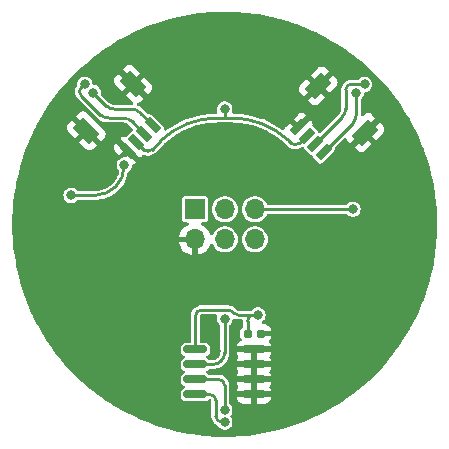
<source format=gbr>
%TF.GenerationSoftware,KiCad,Pcbnew,7.0.5-7.0.5~ubuntu20.04.1*%
%TF.CreationDate,2023-07-06T17:20:07+02:00*%
%TF.ProjectId,sao_barebones,73616f5f-6261-4726-9562-6f6e65732e6b,rev?*%
%TF.SameCoordinates,Original*%
%TF.FileFunction,Copper,L2,Bot*%
%TF.FilePolarity,Positive*%
%FSLAX45Y45*%
G04 Gerber Fmt 4.5, Leading zero omitted, Abs format (unit mm)*
G04 Created by KiCad (PCBNEW 7.0.5-7.0.5~ubuntu20.04.1) date 2023-07-06 17:20:07*
%MOMM*%
%LPD*%
G01*
G04 APERTURE LIST*
G04 Aperture macros list*
%AMRoundRect*
0 Rectangle with rounded corners*
0 $1 Rounding radius*
0 $2 $3 $4 $5 $6 $7 $8 $9 X,Y pos of 4 corners*
0 Add a 4 corners polygon primitive as box body*
4,1,4,$2,$3,$4,$5,$6,$7,$8,$9,$2,$3,0*
0 Add four circle primitives for the rounded corners*
1,1,$1+$1,$2,$3*
1,1,$1+$1,$4,$5*
1,1,$1+$1,$6,$7*
1,1,$1+$1,$8,$9*
0 Add four rect primitives between the rounded corners*
20,1,$1+$1,$2,$3,$4,$5,0*
20,1,$1+$1,$4,$5,$6,$7,0*
20,1,$1+$1,$6,$7,$8,$9,0*
20,1,$1+$1,$8,$9,$2,$3,0*%
%AMRotRect*
0 Rectangle, with rotation*
0 The origin of the aperture is its center*
0 $1 length*
0 $2 width*
0 $3 Rotation angle, in degrees counterclockwise*
0 Add horizontal line*
21,1,$1,$2,0,0,$3*%
G04 Aperture macros list end*
%TA.AperFunction,ComponentPad*%
%ADD10R,1.700000X1.700000*%
%TD*%
%TA.AperFunction,ComponentPad*%
%ADD11O,1.700000X1.700000*%
%TD*%
%TA.AperFunction,SMDPad,CuDef*%
%ADD12RoundRect,0.155000X-0.212500X-0.155000X0.212500X-0.155000X0.212500X0.155000X-0.212500X0.155000X0*%
%TD*%
%TA.AperFunction,SMDPad,CuDef*%
%ADD13RotRect,0.599440X1.348740X315.000000*%
%TD*%
%TA.AperFunction,SMDPad,CuDef*%
%ADD14RotRect,1.198880X1.998980X315.000000*%
%TD*%
%TA.AperFunction,SMDPad,CuDef*%
%ADD15RotRect,0.599440X1.348740X45.000000*%
%TD*%
%TA.AperFunction,SMDPad,CuDef*%
%ADD16RotRect,1.198880X1.998980X45.000000*%
%TD*%
%TA.AperFunction,SMDPad,CuDef*%
%ADD17RoundRect,0.150000X0.825000X0.150000X-0.825000X0.150000X-0.825000X-0.150000X0.825000X-0.150000X0*%
%TD*%
%TA.AperFunction,ViaPad*%
%ADD18C,0.800000*%
%TD*%
%TA.AperFunction,Conductor*%
%ADD19C,0.250000*%
%TD*%
G04 APERTURE END LIST*
D10*
%TO.P,J1,1,3V3*%
%TO.N,+3V3*%
X14746000Y-7373000D03*
D11*
%TO.P,J1,2,GND*%
%TO.N,GND*%
X14746000Y-7628500D03*
%TO.P,J1,3,SDA*%
%TO.N,SDA*%
X15000000Y-7373000D03*
%TO.P,J1,4,SCL*%
%TO.N,SCL*%
X15000000Y-7628500D03*
%TO.P,J1,5,IO1*%
%TO.N,LED*%
X15254000Y-7373000D03*
%TO.P,J1,6,IO2*%
%TO.N,unconnected-(J1-IO2-Pad6)*%
X15254000Y-7628500D03*
%TD*%
D12*
%TO.P,C1,1*%
%TO.N,+3V3*%
X15193250Y-8425000D03*
%TO.P,C1,2*%
%TO.N,GND*%
X15306750Y-8425000D03*
%TD*%
D13*
%TO.P,J2,1,GND*%
%TO.N,GND*%
X15624602Y-6679277D03*
%TO.P,J2,2,VCC*%
%TO.N,+3V3*%
X15695367Y-6750041D03*
%TO.P,J2,3,SDA*%
%TO.N,SDA*%
X15765772Y-6820446D03*
%TO.P,J2,4,SCL*%
%TO.N,SCL*%
X15836536Y-6891211D03*
D14*
%TO.P,J2,5*%
%TO.N,GND*%
X15792353Y-6327610D03*
%TO.P,J2,6*%
X16188203Y-6723460D03*
%TD*%
D15*
%TO.P,J3,1,GND*%
%TO.N,GND*%
X14179277Y-6875398D03*
%TO.P,J3,2,VCC*%
%TO.N,+3V3*%
X14250041Y-6804633D03*
%TO.P,J3,3,SDA*%
%TO.N,SDA*%
X14320446Y-6734228D03*
%TO.P,J3,4,SCL*%
%TO.N,SCL*%
X14391211Y-6663464D03*
D16*
%TO.P,J3,5*%
%TO.N,GND*%
X13827610Y-6707646D03*
%TO.P,J3,6*%
X14223460Y-6311797D03*
%TD*%
D17*
%TO.P,U1,1,A0*%
%TO.N,GND*%
X15247500Y-8559500D03*
%TO.P,U1,2,A1*%
X15247500Y-8686500D03*
%TO.P,U1,3,A2*%
X15247500Y-8813500D03*
%TO.P,U1,4,GND*%
X15247500Y-8940500D03*
%TO.P,U1,5,SDA*%
%TO.N,SDA*%
X14752500Y-8940500D03*
%TO.P,U1,6,SCL*%
%TO.N,SCL*%
X14752500Y-8813500D03*
%TO.P,U1,7,WP*%
%TO.N,Net-(JP1-C)*%
X14752500Y-8686500D03*
%TO.P,U1,8,VCC*%
%TO.N,+3V3*%
X14752500Y-8559500D03*
%TD*%
D18*
%TO.N,+3V3*%
X15000000Y-6525000D03*
X15280000Y-8268579D03*
%TO.N,GND*%
X16200000Y-6950000D03*
X15125000Y-7500000D03*
X16250000Y-7500000D03*
X14450000Y-6950000D03*
X15650000Y-8750000D03*
X16350000Y-7950000D03*
X15450000Y-6150000D03*
X14850000Y-8325000D03*
X14550000Y-8850000D03*
X14075000Y-6700000D03*
X14400000Y-6225000D03*
X15550000Y-6950000D03*
X15800000Y-7500000D03*
X15900000Y-8400000D03*
X15000000Y-6700000D03*
X13675000Y-6900000D03*
X14425000Y-8075000D03*
X13750000Y-8150000D03*
X14925000Y-8575000D03*
X15575000Y-8075000D03*
X14100000Y-8400000D03*
X15000000Y-6250000D03*
X14400000Y-7625000D03*
X13750000Y-7500000D03*
%TO.N,SDA*%
X13815637Y-6315512D03*
X14999958Y-9175000D03*
X16184433Y-6315625D03*
%TO.N,SCL*%
X13886277Y-6386223D03*
X15000000Y-9075000D03*
X16113693Y-6386307D03*
%TO.N,Net-(JP1-C)*%
X15000000Y-8300000D03*
%TO.N,LED*%
X16085000Y-7372500D03*
%TO.N,Net-(D5-DOUT)*%
X13700000Y-7255000D03*
X14150000Y-6997500D03*
%TD*%
D19*
%TO.N,+3V3*%
X14464606Y-6785776D02*
X14464224Y-6785776D01*
X14464224Y-6785776D02*
X14383059Y-6866941D01*
X15000000Y-6600000D02*
X15060050Y-6600000D01*
X14752500Y-8275000D02*
X14752500Y-8559500D01*
X15000000Y-6600000D02*
X14939949Y-6600000D01*
X14312348Y-6866941D02*
X14250041Y-6804633D01*
X15535394Y-6785776D02*
X15562158Y-6812540D01*
X15280000Y-8268579D02*
X15114289Y-8268579D01*
X15280000Y-8268579D02*
X15243250Y-8268579D01*
X15632868Y-6812540D02*
X15695367Y-6750041D01*
X15029289Y-8225000D02*
X14802500Y-8225000D01*
X15078934Y-8253934D02*
X15064645Y-8239645D01*
X15000000Y-6525000D02*
X15000000Y-6600000D01*
X15193250Y-8425000D02*
X15193250Y-8318579D01*
X15535395Y-6785775D02*
G75*
G03*
X15060050Y-6600000I-475715J-516195D01*
G01*
X15064645Y-8239644D02*
G75*
G03*
X15029289Y-8225000I-35355J-35356D01*
G01*
X15562155Y-6812542D02*
G75*
G03*
X15632868Y-6812540I35355J35363D01*
G01*
X14939949Y-6600001D02*
G75*
G03*
X14464606Y-6785776I371J-701969D01*
G01*
X15243250Y-8268580D02*
G75*
G03*
X15193250Y-8318579I0J-50000D01*
G01*
X15078935Y-8253933D02*
G75*
G03*
X15114289Y-8268579I35355J35353D01*
G01*
X14312345Y-6866944D02*
G75*
G03*
X14383059Y-6866941I35355J35355D01*
G01*
X14802500Y-8225000D02*
G75*
G03*
X14752500Y-8275000I0J-50000D01*
G01*
%TO.N,SDA*%
X15765772Y-6820446D02*
X15995711Y-6590507D01*
X16025000Y-6519797D02*
X16025000Y-6362500D01*
X14320446Y-6734228D02*
X14215508Y-6629289D01*
X14925000Y-9125000D02*
X14925000Y-8990500D01*
X16181308Y-6312500D02*
X16184433Y-6315625D01*
X14144797Y-6600000D02*
X14016421Y-6600000D01*
X13945711Y-6570711D02*
X13785355Y-6410355D01*
X13809488Y-6315512D02*
X13815637Y-6315512D01*
X14999958Y-9175000D02*
X14975000Y-9175000D01*
X14875000Y-8940500D02*
X14752500Y-8940500D01*
X13785355Y-6339645D02*
X13809488Y-6315512D01*
X16075000Y-6312500D02*
X16181308Y-6312500D01*
X14925000Y-8990500D02*
G75*
G03*
X14875000Y-8940500I-50000J0D01*
G01*
X13785355Y-6339645D02*
G75*
G03*
X13785355Y-6410355I35355J-35355D01*
G01*
X14215509Y-6629288D02*
G75*
G03*
X14144797Y-6600000I-70709J-70712D01*
G01*
X13945710Y-6570711D02*
G75*
G03*
X14016421Y-6600000I70710J70711D01*
G01*
X14925000Y-9125000D02*
G75*
G03*
X14975000Y-9175000I50000J0D01*
G01*
X15995712Y-6590509D02*
G75*
G03*
X16025000Y-6519797I-70712J70709D01*
G01*
X16075000Y-6312500D02*
G75*
G03*
X16025000Y-6362500I0J-50000D01*
G01*
%TO.N,SCL*%
X14391211Y-6663464D02*
X14282036Y-6554289D01*
X14950000Y-8813500D02*
X14752500Y-8813500D01*
X15000000Y-9075000D02*
X15000000Y-8863500D01*
X13886277Y-6386277D02*
X13886277Y-6386223D01*
X14211326Y-6525000D02*
X14066421Y-6525000D01*
X13995711Y-6495711D02*
X13886277Y-6386277D01*
X15836536Y-6891211D02*
X16084404Y-6643343D01*
X16113693Y-6572632D02*
X16113693Y-6386307D01*
X16084403Y-6643342D02*
G75*
G03*
X16113693Y-6572632I-70713J70713D01*
G01*
X15000000Y-8863500D02*
G75*
G03*
X14950000Y-8813500I-50000J0D01*
G01*
X13995710Y-6495711D02*
G75*
G03*
X14066421Y-6525000I70710J70711D01*
G01*
X14282038Y-6554287D02*
G75*
G03*
X14211326Y-6525000I-70709J-70713D01*
G01*
%TO.N,Net-(JP1-C)*%
X14900000Y-8686500D02*
X14752500Y-8686500D01*
X15000000Y-8300000D02*
X15000000Y-8586500D01*
X14900000Y-8686500D02*
G75*
G03*
X15000000Y-8586500I0J100000D01*
G01*
%TO.N,LED*%
X15254000Y-7373000D02*
X16084500Y-7373000D01*
X16084500Y-7373000D02*
X16085000Y-7372500D01*
%TO.N,Net-(D5-DOUT)*%
X13700000Y-7255000D02*
X13900000Y-7255000D01*
X14150000Y-7005000D02*
X14150000Y-6997500D01*
X13900000Y-7255000D02*
G75*
G03*
X14150000Y-7005000I0J250000D01*
G01*
%TD*%
%TA.AperFunction,Conductor*%
%TO.N,GND*%
G36*
X14933371Y-8264518D02*
G01*
X14937947Y-8269799D01*
X14938941Y-8276715D01*
X14938262Y-8279347D01*
X14937614Y-8281055D01*
X14936376Y-8284318D01*
X14934472Y-8300000D01*
X14934472Y-8300000D01*
X14936376Y-8315682D01*
X14941978Y-8330452D01*
X14941978Y-8330452D01*
X14950952Y-8343453D01*
X14958273Y-8349939D01*
X14961985Y-8355857D01*
X14962450Y-8359220D01*
X14962450Y-8586152D01*
X14962411Y-8586846D01*
X14961792Y-8592340D01*
X14961041Y-8599008D01*
X14960423Y-8601715D01*
X14956727Y-8612277D01*
X14955522Y-8614779D01*
X14949568Y-8624254D01*
X14947837Y-8626425D01*
X14939925Y-8634337D01*
X14937754Y-8636069D01*
X14928279Y-8642022D01*
X14925777Y-8643227D01*
X14915215Y-8646923D01*
X14912508Y-8647541D01*
X14905840Y-8648292D01*
X14900346Y-8648911D01*
X14899652Y-8648950D01*
X14874225Y-8648950D01*
X14867521Y-8646982D01*
X14865458Y-8645319D01*
X14858834Y-8638695D01*
X14858560Y-8638555D01*
X14849715Y-8634048D01*
X14844635Y-8629251D01*
X14842956Y-8622469D01*
X14845209Y-8615855D01*
X14849714Y-8611952D01*
X14858834Y-8607305D01*
X14867805Y-8598334D01*
X14873565Y-8587030D01*
X14873565Y-8587030D01*
X14873565Y-8587030D01*
X14875050Y-8577652D01*
X14875050Y-8577652D01*
X14875050Y-8541348D01*
X14873565Y-8531970D01*
X14867805Y-8520666D01*
X14867805Y-8520665D01*
X14867804Y-8520665D01*
X14858835Y-8511695D01*
X14858834Y-8511695D01*
X14858834Y-8511695D01*
X14848985Y-8506677D01*
X14847530Y-8505935D01*
X14838152Y-8504450D01*
X14838152Y-8504450D01*
X14802450Y-8504450D01*
X14795746Y-8502482D01*
X14791171Y-8497201D01*
X14790050Y-8492050D01*
X14790050Y-8276221D01*
X14790288Y-8273803D01*
X14790499Y-8272742D01*
X14793737Y-8266551D01*
X14799808Y-8263093D01*
X14800234Y-8263001D01*
X14801304Y-8262788D01*
X14803721Y-8262550D01*
X14926667Y-8262550D01*
X14933371Y-8264518D01*
G37*
%TD.AperFunction*%
%TA.AperFunction,Conductor*%
G36*
X15033194Y-5700548D02*
G01*
X15070333Y-5701865D01*
X15117595Y-5704083D01*
X15117794Y-5704096D01*
X15154740Y-5707157D01*
X15201939Y-5711596D01*
X15202157Y-5711621D01*
X15238801Y-5716408D01*
X15285851Y-5723071D01*
X15286060Y-5723104D01*
X15322313Y-5729595D01*
X15369119Y-5738478D01*
X15369340Y-5738524D01*
X15383885Y-5741844D01*
X15405109Y-5746688D01*
X15430131Y-5752664D01*
X15451581Y-5757787D01*
X15451801Y-5757844D01*
X15481092Y-5766003D01*
X15487003Y-5767649D01*
X15533036Y-5780953D01*
X15533255Y-5781021D01*
X15567811Y-5792429D01*
X15613314Y-5807925D01*
X15613533Y-5808004D01*
X15647354Y-5820972D01*
X15667353Y-5828846D01*
X15692237Y-5838644D01*
X15692455Y-5838736D01*
X15707642Y-5845397D01*
X15725460Y-5853213D01*
X15769623Y-5873041D01*
X15769840Y-5873143D01*
X15801945Y-5889074D01*
X15827947Y-5902246D01*
X15845312Y-5911043D01*
X15845526Y-5911156D01*
X15876658Y-5928483D01*
X15919125Y-5952561D01*
X15919335Y-5952685D01*
X15949410Y-5971336D01*
X15990908Y-5997508D01*
X15991114Y-5997643D01*
X16020047Y-6017537D01*
X16060496Y-6045781D01*
X16060696Y-6045927D01*
X16075273Y-6056998D01*
X16088422Y-6066985D01*
X16127737Y-6097275D01*
X16127930Y-6097431D01*
X16154391Y-6119575D01*
X16192483Y-6151877D01*
X16192665Y-6152039D01*
X16201312Y-6159998D01*
X16217784Y-6175161D01*
X16248620Y-6203902D01*
X16254585Y-6209461D01*
X16254767Y-6209638D01*
X16278463Y-6233615D01*
X16313298Y-6269277D01*
X16313910Y-6269904D01*
X16314086Y-6270091D01*
X16336312Y-6294815D01*
X16370329Y-6333073D01*
X16370496Y-6333268D01*
X16391204Y-6358616D01*
X16414857Y-6387871D01*
X16423711Y-6398823D01*
X16423871Y-6399030D01*
X16442999Y-6424841D01*
X16447379Y-6430810D01*
X16473943Y-6467014D01*
X16474094Y-6467229D01*
X16488781Y-6489139D01*
X16491585Y-6493323D01*
X16520912Y-6537494D01*
X16521055Y-6537718D01*
X16536863Y-6563896D01*
X16564513Y-6610104D01*
X16564646Y-6610337D01*
X16578733Y-6636367D01*
X16604652Y-6684687D01*
X16604773Y-6684926D01*
X16617092Y-6710508D01*
X16641236Y-6761075D01*
X16641348Y-6761323D01*
X16645247Y-6770505D01*
X16651868Y-6786098D01*
X16652958Y-6788687D01*
X16674187Y-6839100D01*
X16674288Y-6839355D01*
X16682963Y-6862805D01*
X16689595Y-6880880D01*
X16703430Y-6918587D01*
X16703520Y-6918849D01*
X16710347Y-6940380D01*
X16728903Y-6999365D01*
X16728981Y-6999632D01*
X16733914Y-7018188D01*
X16750547Y-7081252D01*
X16750613Y-7081525D01*
X16753637Y-7095535D01*
X16768316Y-7164066D01*
X16768369Y-7164344D01*
X16769475Y-7170974D01*
X16782147Y-7247495D01*
X16782188Y-7247783D01*
X16792024Y-7331307D01*
X16792051Y-7331596D01*
X16793538Y-7352692D01*
X16797961Y-7415486D01*
X16797975Y-7415776D01*
X16799947Y-7499855D01*
X16799947Y-7500145D01*
X16797975Y-7584223D01*
X16797961Y-7584514D01*
X16792051Y-7668404D01*
X16792024Y-7668693D01*
X16782188Y-7752217D01*
X16782147Y-7752505D01*
X16769475Y-7829025D01*
X16768369Y-7835656D01*
X16768316Y-7835934D01*
X16753637Y-7904464D01*
X16750613Y-7918475D01*
X16750547Y-7918748D01*
X16733914Y-7981811D01*
X16728981Y-8000367D01*
X16728903Y-8000635D01*
X16710347Y-8059620D01*
X16703520Y-8081151D01*
X16703430Y-8081413D01*
X16682969Y-8137178D01*
X16674288Y-8160644D01*
X16674187Y-8160899D01*
X16651864Y-8213912D01*
X16641348Y-8238677D01*
X16641236Y-8238925D01*
X16617092Y-8289492D01*
X16604773Y-8315074D01*
X16604650Y-8315315D01*
X16596531Y-8330452D01*
X16582112Y-8357333D01*
X16578741Y-8363617D01*
X16564646Y-8389663D01*
X16564513Y-8389896D01*
X16536863Y-8436104D01*
X16521055Y-8462281D01*
X16520912Y-8462506D01*
X16491585Y-8506677D01*
X16474094Y-8532770D01*
X16473943Y-8532986D01*
X16443002Y-8575156D01*
X16423871Y-8600970D01*
X16423711Y-8601177D01*
X16391201Y-8641388D01*
X16370497Y-8666730D01*
X16370329Y-8666927D01*
X16336312Y-8705185D01*
X16314086Y-8729909D01*
X16313910Y-8730096D01*
X16278466Y-8766381D01*
X16254767Y-8790361D01*
X16254585Y-8790539D01*
X16217784Y-8824838D01*
X16192668Y-8847959D01*
X16192478Y-8848127D01*
X16154392Y-8880425D01*
X16127930Y-8902569D01*
X16127735Y-8902726D01*
X16088426Y-8933011D01*
X16060697Y-8954072D01*
X16060496Y-8954218D01*
X16020055Y-8982458D01*
X15991114Y-9002357D01*
X15990908Y-9002492D01*
X15949410Y-9028664D01*
X15919335Y-9047315D01*
X15919125Y-9047439D01*
X15876658Y-9071517D01*
X15845526Y-9088843D01*
X15845312Y-9088957D01*
X15801943Y-9110927D01*
X15769840Y-9126857D01*
X15769623Y-9126959D01*
X15725466Y-9146785D01*
X15692455Y-9161264D01*
X15692237Y-9161355D01*
X15647358Y-9179027D01*
X15613533Y-9191996D01*
X15613312Y-9192076D01*
X15567821Y-9207567D01*
X15533256Y-9218979D01*
X15533034Y-9219048D01*
X15487003Y-9232351D01*
X15451802Y-9242155D01*
X15451579Y-9242213D01*
X15405109Y-9253312D01*
X15369341Y-9261476D01*
X15369117Y-9261522D01*
X15322318Y-9270404D01*
X15286067Y-9276894D01*
X15285844Y-9276930D01*
X15238803Y-9283591D01*
X15202159Y-9288379D01*
X15201936Y-9288404D01*
X15154745Y-9292843D01*
X15133591Y-9294595D01*
X15117806Y-9295903D01*
X15117585Y-9295918D01*
X15070335Y-9298135D01*
X15035367Y-9299374D01*
X15033194Y-9299451D01*
X15032975Y-9299455D01*
X14985766Y-9299455D01*
X14970383Y-9299274D01*
X14948509Y-9299015D01*
X14948291Y-9299009D01*
X14901230Y-9296801D01*
X14863932Y-9294595D01*
X14863717Y-9294579D01*
X14816906Y-9290176D01*
X14779662Y-9286202D01*
X14779452Y-9286176D01*
X14768985Y-9284694D01*
X14732970Y-9279594D01*
X14695882Y-9273855D01*
X14695675Y-9273819D01*
X14649629Y-9265080D01*
X14612775Y-9257579D01*
X14612571Y-9257534D01*
X14567050Y-9246662D01*
X14530526Y-9237413D01*
X14530326Y-9237359D01*
X14485425Y-9224382D01*
X14449317Y-9213400D01*
X14449122Y-9213337D01*
X14424387Y-9204914D01*
X14404939Y-9198291D01*
X14369328Y-9185594D01*
X14369139Y-9185523D01*
X14325761Y-9168442D01*
X14290734Y-9154055D01*
X14290554Y-9153977D01*
X14248075Y-9134905D01*
X14213713Y-9118855D01*
X14213535Y-9118768D01*
X14172043Y-9097749D01*
X14138436Y-9080072D01*
X14138264Y-9079978D01*
X14097842Y-9057059D01*
X14076560Y-9044548D01*
X14065063Y-9037788D01*
X14064899Y-9037689D01*
X14025634Y-9012925D01*
X13993761Y-8992102D01*
X13993605Y-8991996D01*
X13955577Y-8965442D01*
X13946184Y-8958652D01*
X14629950Y-8958652D01*
X14630949Y-8964963D01*
X14631435Y-8968030D01*
X14637195Y-8979334D01*
X14637195Y-8979334D01*
X14637195Y-8979335D01*
X14646165Y-8988305D01*
X14646165Y-8988305D01*
X14646166Y-8988305D01*
X14657469Y-8994065D01*
X14657470Y-8994065D01*
X14666847Y-8995550D01*
X14666848Y-8995550D01*
X14838152Y-8995550D01*
X14847530Y-8994065D01*
X14858834Y-8988305D01*
X14865383Y-8981756D01*
X14871515Y-8978407D01*
X14876569Y-8978362D01*
X14877258Y-8978499D01*
X14883449Y-8981737D01*
X14886907Y-8987809D01*
X14887000Y-8988238D01*
X14887212Y-8989303D01*
X14887450Y-8991721D01*
X14887450Y-9128414D01*
X14887450Y-9128416D01*
X14887450Y-9133623D01*
X14890814Y-9150537D01*
X14890815Y-9150538D01*
X14897414Y-9166470D01*
X14897415Y-9166471D01*
X14906995Y-9180810D01*
X14906996Y-9180810D01*
X14919190Y-9193004D01*
X14919190Y-9193004D01*
X14933529Y-9202585D01*
X14933529Y-9202585D01*
X14933530Y-9202586D01*
X14939151Y-9204914D01*
X14944591Y-9209298D01*
X14950910Y-9218453D01*
X14962734Y-9228928D01*
X14962735Y-9228928D01*
X14976722Y-9236270D01*
X14992060Y-9240050D01*
X15007857Y-9240050D01*
X15023195Y-9236270D01*
X15030662Y-9232351D01*
X15037182Y-9228928D01*
X15049007Y-9218453D01*
X15057980Y-9205452D01*
X15063582Y-9190682D01*
X15065486Y-9175000D01*
X15064451Y-9166470D01*
X15063582Y-9159318D01*
X15060252Y-9150537D01*
X15057980Y-9144548D01*
X15049370Y-9132074D01*
X15047182Y-9125439D01*
X15048929Y-9118673D01*
X15049371Y-9117986D01*
X15058022Y-9105452D01*
X15063624Y-9090682D01*
X15065528Y-9075000D01*
X15063624Y-9059318D01*
X15058022Y-9044548D01*
X15049048Y-9031547D01*
X15049048Y-9031547D01*
X15041727Y-9025061D01*
X15038015Y-9019142D01*
X15037550Y-9015780D01*
X15037550Y-8965500D01*
X15100270Y-8965500D01*
X15100290Y-8965749D01*
X15104872Y-8981520D01*
X15113231Y-8995655D01*
X15113232Y-8995656D01*
X15124844Y-9007268D01*
X15124845Y-9007269D01*
X15138980Y-9015628D01*
X15138981Y-9015628D01*
X15154750Y-9020210D01*
X15154751Y-9020210D01*
X15158435Y-9020500D01*
X15158437Y-9020500D01*
X15222500Y-9020500D01*
X15222500Y-8965500D01*
X15272500Y-8965500D01*
X15272500Y-9020500D01*
X15336563Y-9020500D01*
X15336565Y-9020500D01*
X15340249Y-9020210D01*
X15340249Y-9020210D01*
X15356019Y-9015628D01*
X15356020Y-9015628D01*
X15370155Y-9007269D01*
X15370156Y-9007268D01*
X15381768Y-8995656D01*
X15381768Y-8995655D01*
X15390128Y-8981520D01*
X15394710Y-8965749D01*
X15394729Y-8965500D01*
X15394729Y-8965500D01*
X15272500Y-8965500D01*
X15222500Y-8965500D01*
X15100270Y-8965500D01*
X15100270Y-8965500D01*
X15037550Y-8965500D01*
X15037550Y-8915500D01*
X15100270Y-8915500D01*
X15100270Y-8915500D01*
X15222500Y-8915500D01*
X15222500Y-8838500D01*
X15272500Y-8838500D01*
X15272500Y-8915500D01*
X15394729Y-8915500D01*
X15394729Y-8915500D01*
X15394710Y-8915251D01*
X15390128Y-8899480D01*
X15381768Y-8885345D01*
X15381290Y-8884728D01*
X15381525Y-8884545D01*
X15378844Y-8879641D01*
X15379340Y-8872671D01*
X15381446Y-8869394D01*
X15381290Y-8869272D01*
X15381768Y-8868655D01*
X15390128Y-8854520D01*
X15394710Y-8838749D01*
X15394729Y-8838500D01*
X15394729Y-8838500D01*
X15272500Y-8838500D01*
X15222500Y-8838500D01*
X15100270Y-8838500D01*
X15100270Y-8838500D01*
X15100290Y-8838749D01*
X15104872Y-8854520D01*
X15113231Y-8868655D01*
X15113710Y-8869272D01*
X15113475Y-8869454D01*
X15116156Y-8874364D01*
X15115658Y-8881333D01*
X15113554Y-8884607D01*
X15113710Y-8884728D01*
X15113231Y-8885345D01*
X15104872Y-8899480D01*
X15100290Y-8915251D01*
X15100270Y-8915500D01*
X15037550Y-8915500D01*
X15037550Y-8854877D01*
X15037550Y-8854877D01*
X15037044Y-8852334D01*
X15034185Y-8837963D01*
X15031571Y-8831652D01*
X15027586Y-8822030D01*
X15027585Y-8822029D01*
X15018004Y-8807690D01*
X15018004Y-8807690D01*
X15005810Y-8795496D01*
X15005810Y-8795495D01*
X14995340Y-8788500D01*
X15100270Y-8788500D01*
X15100270Y-8788500D01*
X15222500Y-8788500D01*
X15222500Y-8711500D01*
X15272500Y-8711500D01*
X15272500Y-8788500D01*
X15394729Y-8788500D01*
X15394729Y-8788500D01*
X15394710Y-8788251D01*
X15390128Y-8772480D01*
X15381768Y-8758345D01*
X15381290Y-8757728D01*
X15381525Y-8757545D01*
X15378844Y-8752641D01*
X15379340Y-8745671D01*
X15381446Y-8742394D01*
X15381290Y-8742272D01*
X15381768Y-8741655D01*
X15390128Y-8727520D01*
X15394710Y-8711749D01*
X15394729Y-8711500D01*
X15394729Y-8711500D01*
X15272500Y-8711500D01*
X15222500Y-8711500D01*
X15100270Y-8711500D01*
X15100270Y-8711500D01*
X15100290Y-8711749D01*
X15104872Y-8727520D01*
X15113231Y-8741655D01*
X15113710Y-8742272D01*
X15113475Y-8742454D01*
X15116156Y-8747364D01*
X15115658Y-8754333D01*
X15113554Y-8757607D01*
X15113710Y-8757728D01*
X15113231Y-8758345D01*
X15104872Y-8772480D01*
X15100290Y-8788251D01*
X15100270Y-8788500D01*
X14995340Y-8788500D01*
X14991471Y-8785915D01*
X14991470Y-8785914D01*
X14975538Y-8779315D01*
X14975537Y-8779314D01*
X14958623Y-8775950D01*
X14958623Y-8775950D01*
X14956266Y-8775950D01*
X14874225Y-8775950D01*
X14867521Y-8773982D01*
X14865458Y-8772319D01*
X14858834Y-8765695D01*
X14858560Y-8765555D01*
X14849715Y-8761048D01*
X14844635Y-8756251D01*
X14842956Y-8749469D01*
X14845209Y-8742855D01*
X14849714Y-8738952D01*
X14858834Y-8734305D01*
X14865457Y-8727682D01*
X14871589Y-8724333D01*
X14874225Y-8724050D01*
X14910825Y-8724050D01*
X14910825Y-8724050D01*
X14932210Y-8720663D01*
X14952801Y-8713973D01*
X14972092Y-8704143D01*
X14989608Y-8691417D01*
X15004917Y-8676108D01*
X15015531Y-8661500D01*
X15100270Y-8661500D01*
X15100270Y-8661500D01*
X15222500Y-8661500D01*
X15222500Y-8584500D01*
X15272500Y-8584500D01*
X15272500Y-8661500D01*
X15394729Y-8661500D01*
X15394729Y-8661500D01*
X15394710Y-8661251D01*
X15390128Y-8645480D01*
X15381768Y-8631345D01*
X15381290Y-8630728D01*
X15381525Y-8630545D01*
X15378844Y-8625641D01*
X15379340Y-8618671D01*
X15381446Y-8615394D01*
X15381290Y-8615272D01*
X15381768Y-8614655D01*
X15390128Y-8600520D01*
X15394710Y-8584749D01*
X15394729Y-8584500D01*
X15394729Y-8584500D01*
X15272500Y-8584500D01*
X15222500Y-8584500D01*
X15100270Y-8584500D01*
X15100270Y-8584500D01*
X15100290Y-8584749D01*
X15104872Y-8600520D01*
X15113231Y-8614655D01*
X15113710Y-8615272D01*
X15113475Y-8615454D01*
X15116156Y-8620364D01*
X15115658Y-8627333D01*
X15113554Y-8630607D01*
X15113710Y-8630728D01*
X15113231Y-8631345D01*
X15104872Y-8645480D01*
X15100290Y-8661251D01*
X15100270Y-8661500D01*
X15015531Y-8661500D01*
X15017643Y-8658592D01*
X15027473Y-8639301D01*
X15034163Y-8618710D01*
X15037550Y-8597325D01*
X15037550Y-8586500D01*
X15037550Y-8581101D01*
X15037550Y-8359220D01*
X15039518Y-8352516D01*
X15041727Y-8349939D01*
X15049048Y-8343453D01*
X15049048Y-8343453D01*
X15058022Y-8330452D01*
X15063624Y-8315682D01*
X15064321Y-8309941D01*
X15067083Y-8303523D01*
X15072876Y-8299617D01*
X15079861Y-8299464D01*
X15080462Y-8299642D01*
X15080680Y-8299713D01*
X15080681Y-8299714D01*
X15093787Y-8303972D01*
X15107398Y-8306128D01*
X15107399Y-8306128D01*
X15107399Y-8306129D01*
X15108023Y-8306129D01*
X15114289Y-8306129D01*
X15119688Y-8306129D01*
X15143300Y-8306129D01*
X15150004Y-8308097D01*
X15154579Y-8313377D01*
X15155700Y-8318529D01*
X15155700Y-8318577D01*
X15155700Y-8324975D01*
X15155700Y-8324976D01*
X15155700Y-8364696D01*
X15153731Y-8371400D01*
X15148930Y-8375744D01*
X15147868Y-8376285D01*
X15147868Y-8376286D01*
X15138786Y-8385368D01*
X15138785Y-8385368D01*
X15132954Y-8396814D01*
X15131450Y-8406308D01*
X15131450Y-8443692D01*
X15131450Y-8443692D01*
X15132954Y-8453186D01*
X15132954Y-8453187D01*
X15132954Y-8453187D01*
X15138785Y-8464632D01*
X15138785Y-8464632D01*
X15138786Y-8464632D01*
X15139958Y-8465805D01*
X15143307Y-8471937D01*
X15142808Y-8478906D01*
X15138621Y-8484499D01*
X15137502Y-8485246D01*
X15124845Y-8492731D01*
X15124844Y-8492732D01*
X15113232Y-8504344D01*
X15113231Y-8504345D01*
X15104872Y-8518480D01*
X15100290Y-8534251D01*
X15100270Y-8534500D01*
X15100270Y-8534500D01*
X15394729Y-8534500D01*
X15394729Y-8534500D01*
X15394710Y-8534251D01*
X15390128Y-8518480D01*
X15381768Y-8504345D01*
X15381768Y-8504344D01*
X15378046Y-8500622D01*
X15374697Y-8494490D01*
X15375195Y-8487520D01*
X15378046Y-8483085D01*
X15380166Y-8480964D01*
X15380167Y-8480964D01*
X15388591Y-8466720D01*
X15388591Y-8466719D01*
X15393208Y-8450828D01*
X15393273Y-8450000D01*
X15294150Y-8450000D01*
X15287446Y-8448032D01*
X15282871Y-8442751D01*
X15281750Y-8437600D01*
X15281750Y-8412400D01*
X15283718Y-8405696D01*
X15288999Y-8401121D01*
X15294150Y-8400000D01*
X15393273Y-8400000D01*
X15393208Y-8399172D01*
X15388591Y-8383280D01*
X15388591Y-8383280D01*
X15380167Y-8369036D01*
X15380166Y-8369035D01*
X15368465Y-8357334D01*
X15368464Y-8357333D01*
X15354220Y-8348909D01*
X15354219Y-8348909D01*
X15338328Y-8344292D01*
X15338328Y-8344292D01*
X15334616Y-8344000D01*
X15325659Y-8344000D01*
X15318955Y-8342031D01*
X15314380Y-8336751D01*
X15313386Y-8329835D01*
X15316288Y-8323480D01*
X15317436Y-8322319D01*
X15329048Y-8312032D01*
X15338022Y-8299031D01*
X15343624Y-8284260D01*
X15345528Y-8268579D01*
X15345282Y-8266551D01*
X15343624Y-8252897D01*
X15341499Y-8247295D01*
X15338022Y-8238126D01*
X15329048Y-8225126D01*
X15317224Y-8214650D01*
X15317224Y-8214650D01*
X15317224Y-8214650D01*
X15303236Y-8207309D01*
X15287899Y-8203529D01*
X15287898Y-8203529D01*
X15272101Y-8203529D01*
X15272101Y-8203529D01*
X15256763Y-8207309D01*
X15242776Y-8214650D01*
X15230952Y-8225126D01*
X15230709Y-8225477D01*
X15230574Y-8225672D01*
X15225146Y-8230071D01*
X15220369Y-8231029D01*
X15114696Y-8231029D01*
X15113887Y-8230975D01*
X15113226Y-8230888D01*
X15112694Y-8230818D01*
X15106763Y-8228362D01*
X15105804Y-8227625D01*
X15105194Y-8227090D01*
X15100963Y-8222859D01*
X15100961Y-8222858D01*
X15095198Y-8217095D01*
X15095197Y-8217092D01*
X15086325Y-8208220D01*
X15086324Y-8208220D01*
X15085070Y-8207309D01*
X15079867Y-8203529D01*
X15075175Y-8200120D01*
X15075174Y-8200119D01*
X15062896Y-8193864D01*
X15062896Y-8193863D01*
X15049790Y-8189605D01*
X15042985Y-8188528D01*
X15036179Y-8187450D01*
X15036179Y-8187450D01*
X15029289Y-8187450D01*
X14793877Y-8187450D01*
X14776963Y-8190814D01*
X14776962Y-8190815D01*
X14761030Y-8197414D01*
X14761029Y-8197414D01*
X14746690Y-8206995D01*
X14746690Y-8206996D01*
X14734496Y-8219190D01*
X14734495Y-8219190D01*
X14724914Y-8233529D01*
X14724914Y-8233530D01*
X14718315Y-8249462D01*
X14718314Y-8249463D01*
X14714950Y-8266377D01*
X14714950Y-8492050D01*
X14712981Y-8498754D01*
X14707701Y-8503329D01*
X14702550Y-8504450D01*
X14666848Y-8504450D01*
X14658752Y-8505732D01*
X14657470Y-8505935D01*
X14646166Y-8511695D01*
X14646166Y-8511695D01*
X14646166Y-8511695D01*
X14646165Y-8511695D01*
X14637195Y-8520665D01*
X14637195Y-8520666D01*
X14631435Y-8531970D01*
X14629950Y-8541348D01*
X14629950Y-8577652D01*
X14631029Y-8584466D01*
X14631435Y-8587030D01*
X14637195Y-8598334D01*
X14637195Y-8598334D01*
X14637195Y-8598335D01*
X14646165Y-8607305D01*
X14646165Y-8607305D01*
X14646166Y-8607305D01*
X14655285Y-8611952D01*
X14660365Y-8616749D01*
X14662044Y-8623531D01*
X14659790Y-8630145D01*
X14655285Y-8634048D01*
X14646166Y-8638695D01*
X14646166Y-8638695D01*
X14646166Y-8638695D01*
X14646165Y-8638695D01*
X14637195Y-8647665D01*
X14637195Y-8647666D01*
X14637195Y-8647666D01*
X14636541Y-8648950D01*
X14631435Y-8658970D01*
X14629950Y-8668348D01*
X14629950Y-8704652D01*
X14631029Y-8711466D01*
X14631435Y-8714030D01*
X14637195Y-8725334D01*
X14637195Y-8725334D01*
X14637195Y-8725335D01*
X14646165Y-8734305D01*
X14646165Y-8734305D01*
X14646166Y-8734305D01*
X14655285Y-8738952D01*
X14660365Y-8743749D01*
X14662044Y-8750531D01*
X14659790Y-8757145D01*
X14655285Y-8761048D01*
X14646166Y-8765695D01*
X14646166Y-8765695D01*
X14646165Y-8765695D01*
X14637195Y-8774665D01*
X14637195Y-8774666D01*
X14631435Y-8785970D01*
X14629950Y-8795348D01*
X14629950Y-8831652D01*
X14630566Y-8835543D01*
X14631435Y-8841030D01*
X14637195Y-8852334D01*
X14637195Y-8852334D01*
X14637195Y-8852335D01*
X14646165Y-8861305D01*
X14646165Y-8861305D01*
X14646166Y-8861305D01*
X14655285Y-8865952D01*
X14660365Y-8870749D01*
X14662044Y-8877531D01*
X14659790Y-8884145D01*
X14655285Y-8888048D01*
X14646166Y-8892695D01*
X14646166Y-8892695D01*
X14646166Y-8892695D01*
X14646165Y-8892695D01*
X14637195Y-8901665D01*
X14637195Y-8901666D01*
X14637195Y-8901666D01*
X14636541Y-8902950D01*
X14631435Y-8912970D01*
X14629950Y-8922348D01*
X14629950Y-8958652D01*
X13946184Y-8958652D01*
X13940052Y-8954218D01*
X13924688Y-8943111D01*
X13924546Y-8943006D01*
X13906278Y-8928931D01*
X13887828Y-8914716D01*
X13857999Y-8890929D01*
X13857855Y-8890810D01*
X13831605Y-8868550D01*
X13822540Y-8860863D01*
X13793838Y-8835667D01*
X13793701Y-8835543D01*
X13789526Y-8831652D01*
X13759850Y-8803992D01*
X13732350Y-8777450D01*
X13732220Y-8777321D01*
X13699904Y-8744238D01*
X13673664Y-8716401D01*
X13673545Y-8716271D01*
X13642830Y-8681727D01*
X13638014Y-8676108D01*
X13617915Y-8652659D01*
X13617810Y-8652533D01*
X13588760Y-8616603D01*
X13565231Y-8586373D01*
X13565127Y-8586235D01*
X13537813Y-8549008D01*
X13515723Y-8517679D01*
X13515624Y-8517536D01*
X13490097Y-8479088D01*
X13489981Y-8478906D01*
X13469497Y-8446729D01*
X13469410Y-8446587D01*
X13467677Y-8443692D01*
X13445723Y-8407003D01*
X13426661Y-8373685D01*
X13426587Y-8373550D01*
X13404785Y-8332905D01*
X13387312Y-8298713D01*
X13387241Y-8298569D01*
X13367406Y-8257025D01*
X13367353Y-8256911D01*
X13363980Y-8249462D01*
X13351530Y-8221966D01*
X13351471Y-8221833D01*
X13333607Y-8179409D01*
X13333559Y-8179291D01*
X13319403Y-8143636D01*
X13319345Y-8143484D01*
X13315782Y-8133775D01*
X13303493Y-8100283D01*
X13303456Y-8100177D01*
X13290990Y-8063864D01*
X13290944Y-8063724D01*
X13277135Y-8019828D01*
X13277104Y-8019728D01*
X13266363Y-7982855D01*
X13266325Y-7982716D01*
X13254593Y-7938238D01*
X13254562Y-7938114D01*
X13249835Y-7918475D01*
X13245574Y-7900774D01*
X13245542Y-7900634D01*
X13235910Y-7855664D01*
X13235886Y-7855547D01*
X13228669Y-7817812D01*
X13228644Y-7817669D01*
X13221132Y-7772307D01*
X13221113Y-7772186D01*
X13215686Y-7734147D01*
X13215666Y-7733999D01*
X13215468Y-7732310D01*
X13210290Y-7688347D01*
X13210276Y-7688208D01*
X13210131Y-7686682D01*
X13206986Y-7653500D01*
X14612936Y-7653500D01*
X14618657Y-7674849D01*
X14618657Y-7674849D01*
X14628640Y-7696258D01*
X14642189Y-7715608D01*
X14658892Y-7732310D01*
X14678242Y-7745860D01*
X14699651Y-7755843D01*
X14699652Y-7755843D01*
X14721000Y-7761563D01*
X14721000Y-7672050D01*
X14731768Y-7676968D01*
X14742424Y-7678500D01*
X14749576Y-7678500D01*
X14760231Y-7676968D01*
X14771000Y-7672050D01*
X14771000Y-7761563D01*
X14792348Y-7755843D01*
X14792349Y-7755843D01*
X14813758Y-7745860D01*
X14833108Y-7732310D01*
X14849810Y-7715608D01*
X14863360Y-7696258D01*
X14873343Y-7674849D01*
X14873343Y-7674849D01*
X14874241Y-7671499D01*
X14877877Y-7665533D01*
X14884162Y-7662480D01*
X14891099Y-7663309D01*
X14896487Y-7667758D01*
X14897318Y-7669181D01*
X14906033Y-7686682D01*
X14918324Y-7702958D01*
X14933396Y-7716698D01*
X14933396Y-7716698D01*
X14943314Y-7722839D01*
X14950736Y-7727435D01*
X14969754Y-7734802D01*
X14989802Y-7738550D01*
X15010197Y-7738550D01*
X15010198Y-7738550D01*
X15030246Y-7734802D01*
X15049264Y-7727435D01*
X15066604Y-7716698D01*
X15081676Y-7702958D01*
X15093967Y-7686682D01*
X15103058Y-7668425D01*
X15108640Y-7648808D01*
X15110521Y-7628500D01*
X15143478Y-7628500D01*
X15145360Y-7648808D01*
X15150942Y-7668425D01*
X15150942Y-7668426D01*
X15160033Y-7686682D01*
X15172324Y-7702958D01*
X15187396Y-7716698D01*
X15187396Y-7716698D01*
X15197314Y-7722839D01*
X15204736Y-7727435D01*
X15223754Y-7734802D01*
X15243802Y-7738550D01*
X15264197Y-7738550D01*
X15264198Y-7738550D01*
X15284246Y-7734802D01*
X15303264Y-7727435D01*
X15320604Y-7716698D01*
X15335676Y-7702958D01*
X15347967Y-7686682D01*
X15357058Y-7668425D01*
X15362640Y-7648808D01*
X15364521Y-7628500D01*
X15362640Y-7608192D01*
X15357058Y-7588575D01*
X15355527Y-7585501D01*
X15352041Y-7578500D01*
X15347967Y-7570318D01*
X15335676Y-7554042D01*
X15335676Y-7554042D01*
X15320604Y-7540302D01*
X15320604Y-7540302D01*
X15303264Y-7529565D01*
X15303263Y-7529565D01*
X15290677Y-7524689D01*
X15284246Y-7522198D01*
X15264198Y-7518450D01*
X15264197Y-7518450D01*
X15243803Y-7518450D01*
X15243802Y-7518450D01*
X15223754Y-7522198D01*
X15223754Y-7522198D01*
X15223754Y-7522198D01*
X15204736Y-7529565D01*
X15204736Y-7529565D01*
X15187396Y-7540302D01*
X15187396Y-7540302D01*
X15172324Y-7554042D01*
X15160033Y-7570318D01*
X15150942Y-7588574D01*
X15150942Y-7588575D01*
X15145360Y-7608192D01*
X15143478Y-7628500D01*
X15143478Y-7628500D01*
X15110521Y-7628500D01*
X15108640Y-7608192D01*
X15103058Y-7588575D01*
X15101527Y-7585501D01*
X15098041Y-7578500D01*
X15093967Y-7570318D01*
X15081676Y-7554042D01*
X15081676Y-7554042D01*
X15066604Y-7540302D01*
X15066604Y-7540302D01*
X15049264Y-7529565D01*
X15049263Y-7529565D01*
X15036677Y-7524689D01*
X15030246Y-7522198D01*
X15010198Y-7518450D01*
X15010197Y-7518450D01*
X14989803Y-7518450D01*
X14989802Y-7518450D01*
X14969754Y-7522198D01*
X14969754Y-7522198D01*
X14969754Y-7522198D01*
X14950736Y-7529565D01*
X14950736Y-7529565D01*
X14933396Y-7540302D01*
X14933396Y-7540302D01*
X14918324Y-7554042D01*
X14906033Y-7570318D01*
X14897318Y-7587819D01*
X14892568Y-7592942D01*
X14885802Y-7594685D01*
X14879168Y-7592492D01*
X14874772Y-7587061D01*
X14874241Y-7585501D01*
X14873343Y-7582152D01*
X14873343Y-7582151D01*
X14863360Y-7560742D01*
X14863360Y-7560742D01*
X14849811Y-7541393D01*
X14849811Y-7541392D01*
X14833108Y-7524689D01*
X14813758Y-7511140D01*
X14804211Y-7506688D01*
X14798967Y-7502071D01*
X14797052Y-7495352D01*
X14799073Y-7488663D01*
X14804390Y-7484130D01*
X14809451Y-7483050D01*
X14833468Y-7483050D01*
X14833468Y-7483050D01*
X14840774Y-7481597D01*
X14849060Y-7476060D01*
X14854597Y-7467774D01*
X14856050Y-7460467D01*
X14856050Y-7373000D01*
X14889478Y-7373000D01*
X14891360Y-7393308D01*
X14896942Y-7412925D01*
X14896942Y-7412926D01*
X14906033Y-7431182D01*
X14918324Y-7447458D01*
X14933396Y-7461198D01*
X14933396Y-7461198D01*
X14943314Y-7467339D01*
X14950736Y-7471935D01*
X14969754Y-7479302D01*
X14989802Y-7483050D01*
X15010197Y-7483050D01*
X15010198Y-7483050D01*
X15030246Y-7479302D01*
X15049264Y-7471935D01*
X15066604Y-7461198D01*
X15081676Y-7447458D01*
X15093967Y-7431182D01*
X15103058Y-7412925D01*
X15108640Y-7393308D01*
X15110521Y-7373000D01*
X15143478Y-7373000D01*
X15145360Y-7393308D01*
X15150942Y-7412925D01*
X15150942Y-7412926D01*
X15160033Y-7431182D01*
X15172324Y-7447458D01*
X15187396Y-7461198D01*
X15187396Y-7461198D01*
X15197314Y-7467339D01*
X15204736Y-7471935D01*
X15223754Y-7479302D01*
X15243802Y-7483050D01*
X15264197Y-7483050D01*
X15264198Y-7483050D01*
X15284246Y-7479302D01*
X15303264Y-7471935D01*
X15320604Y-7461198D01*
X15335676Y-7447458D01*
X15347967Y-7431182D01*
X15354819Y-7417423D01*
X15359569Y-7412299D01*
X15365918Y-7410550D01*
X16025714Y-7410550D01*
X16032418Y-7412518D01*
X16035419Y-7415422D01*
X16035454Y-7415392D01*
X16035855Y-7415844D01*
X16035919Y-7415906D01*
X16035951Y-7415953D01*
X16035952Y-7415953D01*
X16047776Y-7426428D01*
X16047776Y-7426428D01*
X16061763Y-7433770D01*
X16077101Y-7437550D01*
X16077101Y-7437550D01*
X16092898Y-7437550D01*
X16108236Y-7433770D01*
X16122224Y-7426428D01*
X16134048Y-7415953D01*
X16143022Y-7402952D01*
X16148624Y-7388182D01*
X16150528Y-7372500D01*
X16148624Y-7356818D01*
X16143022Y-7342048D01*
X16134048Y-7329047D01*
X16122224Y-7318572D01*
X16122224Y-7318572D01*
X16122224Y-7318571D01*
X16108236Y-7311230D01*
X16092899Y-7307450D01*
X16092898Y-7307450D01*
X16077101Y-7307450D01*
X16077101Y-7307450D01*
X16061763Y-7311230D01*
X16047776Y-7318571D01*
X16035952Y-7329047D01*
X16035952Y-7329047D01*
X16035229Y-7330094D01*
X16029801Y-7334493D01*
X16025024Y-7335450D01*
X15365918Y-7335450D01*
X15359215Y-7333481D01*
X15354819Y-7328577D01*
X15347967Y-7314818D01*
X15335676Y-7298542D01*
X15335676Y-7298542D01*
X15320604Y-7284802D01*
X15320604Y-7284802D01*
X15303264Y-7274065D01*
X15303263Y-7274065D01*
X15292615Y-7269940D01*
X15284246Y-7266698D01*
X15264198Y-7262950D01*
X15264197Y-7262950D01*
X15243803Y-7262950D01*
X15243802Y-7262950D01*
X15223754Y-7266698D01*
X15223754Y-7266698D01*
X15223754Y-7266698D01*
X15204736Y-7274065D01*
X15204736Y-7274065D01*
X15187396Y-7284802D01*
X15187396Y-7284802D01*
X15172324Y-7298542D01*
X15160033Y-7314818D01*
X15150942Y-7333074D01*
X15150942Y-7333075D01*
X15145360Y-7352692D01*
X15143478Y-7373000D01*
X15143478Y-7373000D01*
X15110521Y-7373000D01*
X15108640Y-7352692D01*
X15103058Y-7333075D01*
X15102221Y-7331394D01*
X15098627Y-7324176D01*
X15093967Y-7314818D01*
X15081676Y-7298542D01*
X15081676Y-7298542D01*
X15066604Y-7284802D01*
X15066604Y-7284802D01*
X15049264Y-7274065D01*
X15049263Y-7274065D01*
X15038615Y-7269940D01*
X15030246Y-7266698D01*
X15010198Y-7262950D01*
X15010197Y-7262950D01*
X14989803Y-7262950D01*
X14989802Y-7262950D01*
X14969754Y-7266698D01*
X14969754Y-7266698D01*
X14969754Y-7266698D01*
X14950736Y-7274065D01*
X14950736Y-7274065D01*
X14933396Y-7284802D01*
X14933396Y-7284802D01*
X14918324Y-7298542D01*
X14906033Y-7314818D01*
X14896942Y-7333074D01*
X14896942Y-7333075D01*
X14891360Y-7352692D01*
X14889478Y-7373000D01*
X14889478Y-7373000D01*
X14856050Y-7373000D01*
X14856050Y-7285533D01*
X14856050Y-7285532D01*
X14856050Y-7285532D01*
X14856050Y-7285532D01*
X14854597Y-7278226D01*
X14854597Y-7278226D01*
X14854597Y-7278226D01*
X14849060Y-7269940D01*
X14840774Y-7264403D01*
X14840774Y-7264403D01*
X14840773Y-7264403D01*
X14833468Y-7262950D01*
X14833467Y-7262950D01*
X14658533Y-7262950D01*
X14658532Y-7262950D01*
X14651226Y-7264403D01*
X14651226Y-7264403D01*
X14642940Y-7269940D01*
X14637403Y-7278226D01*
X14637403Y-7278226D01*
X14635950Y-7285532D01*
X14635950Y-7285532D01*
X14635950Y-7460468D01*
X14635950Y-7460468D01*
X14637403Y-7467773D01*
X14637403Y-7467774D01*
X14637403Y-7467774D01*
X14642940Y-7476060D01*
X14649805Y-7480647D01*
X14651226Y-7481597D01*
X14651226Y-7481597D01*
X14658532Y-7483050D01*
X14658532Y-7483050D01*
X14682549Y-7483050D01*
X14689252Y-7485018D01*
X14693828Y-7490299D01*
X14694822Y-7497215D01*
X14691920Y-7503570D01*
X14687789Y-7506688D01*
X14678242Y-7511140D01*
X14678242Y-7511140D01*
X14658893Y-7524689D01*
X14658892Y-7524689D01*
X14642189Y-7541392D01*
X14642189Y-7541393D01*
X14628640Y-7560742D01*
X14628640Y-7560742D01*
X14618657Y-7582151D01*
X14618657Y-7582151D01*
X14612936Y-7603500D01*
X14612936Y-7603500D01*
X14702631Y-7603500D01*
X14700051Y-7607516D01*
X14696000Y-7621311D01*
X14696000Y-7635689D01*
X14700051Y-7649484D01*
X14702631Y-7653500D01*
X14612936Y-7653500D01*
X13206986Y-7653500D01*
X13206650Y-7649955D01*
X13206640Y-7649825D01*
X13203408Y-7603957D01*
X13203401Y-7603834D01*
X13201586Y-7565448D01*
X13201581Y-7565311D01*
X13200504Y-7519353D01*
X13200502Y-7519207D01*
X13200502Y-7480792D01*
X13200504Y-7480647D01*
X13200535Y-7479302D01*
X13201581Y-7434688D01*
X13201586Y-7434551D01*
X13203401Y-7396165D01*
X13203408Y-7396044D01*
X13206640Y-7350172D01*
X13206650Y-7350046D01*
X13210276Y-7311789D01*
X13210290Y-7311652D01*
X13210785Y-7307450D01*
X13215667Y-7265995D01*
X13215685Y-7265855D01*
X13217234Y-7255000D01*
X13634472Y-7255000D01*
X13636376Y-7270682D01*
X13640573Y-7281747D01*
X13641978Y-7285452D01*
X13650952Y-7298453D01*
X13662776Y-7308928D01*
X13662776Y-7308928D01*
X13676763Y-7316270D01*
X13692101Y-7320050D01*
X13692101Y-7320050D01*
X13707898Y-7320050D01*
X13723236Y-7316270D01*
X13737224Y-7308928D01*
X13749048Y-7298453D01*
X13749426Y-7297906D01*
X13754854Y-7293507D01*
X13759631Y-7292550D01*
X13916149Y-7292550D01*
X13916149Y-7292550D01*
X13948242Y-7288934D01*
X13979729Y-7281747D01*
X14010214Y-7271080D01*
X14039312Y-7257067D01*
X14066659Y-7239884D01*
X14091910Y-7219747D01*
X14114747Y-7196910D01*
X14134884Y-7171659D01*
X14152067Y-7144312D01*
X14166080Y-7115214D01*
X14176747Y-7084729D01*
X14182736Y-7058489D01*
X14186147Y-7052391D01*
X14186683Y-7051949D01*
X14186662Y-7051926D01*
X14187224Y-7051428D01*
X14187224Y-7051428D01*
X14199048Y-7040953D01*
X14208022Y-7027952D01*
X14213624Y-7013182D01*
X14215039Y-7001525D01*
X14217801Y-6995108D01*
X14222197Y-6991741D01*
X14233078Y-6986771D01*
X14237741Y-6983014D01*
X14244640Y-6976116D01*
X14179277Y-6910753D01*
X14161212Y-6928818D01*
X14155079Y-6932167D01*
X14152444Y-6932450D01*
X14142101Y-6932450D01*
X14126763Y-6936230D01*
X14112776Y-6943571D01*
X14100952Y-6954047D01*
X14091978Y-6967047D01*
X14091978Y-6967048D01*
X14086376Y-6981818D01*
X14084472Y-6997500D01*
X14084472Y-6997500D01*
X14086376Y-7013182D01*
X14091978Y-7027952D01*
X14091978Y-7027952D01*
X14100952Y-7040953D01*
X14102464Y-7042293D01*
X14106176Y-7048211D01*
X14106403Y-7053993D01*
X14105290Y-7059587D01*
X14105080Y-7060371D01*
X14100649Y-7073423D01*
X14096812Y-7084729D01*
X14096409Y-7085916D01*
X14096098Y-7086666D01*
X14084167Y-7110860D01*
X14083761Y-7111563D01*
X14068774Y-7133993D01*
X14068280Y-7134637D01*
X14050493Y-7154919D01*
X14049919Y-7155493D01*
X14029637Y-7173280D01*
X14028993Y-7173774D01*
X14006563Y-7188761D01*
X14005860Y-7189167D01*
X13981666Y-7201098D01*
X13980916Y-7201409D01*
X13955371Y-7210080D01*
X13954587Y-7210290D01*
X13928130Y-7215553D01*
X13927325Y-7215659D01*
X13900202Y-7217437D01*
X13899796Y-7217450D01*
X13759631Y-7217450D01*
X13752927Y-7215481D01*
X13749426Y-7212094D01*
X13749048Y-7211547D01*
X13737224Y-7201072D01*
X13737224Y-7201072D01*
X13737224Y-7201071D01*
X13723236Y-7193730D01*
X13707899Y-7189950D01*
X13707898Y-7189950D01*
X13692101Y-7189950D01*
X13692101Y-7189950D01*
X13676763Y-7193730D01*
X13662776Y-7201071D01*
X13662543Y-7201278D01*
X13652370Y-7210290D01*
X13650952Y-7211547D01*
X13641978Y-7224547D01*
X13641978Y-7224548D01*
X13636376Y-7239318D01*
X13634472Y-7255000D01*
X13634472Y-7255000D01*
X13217234Y-7255000D01*
X13221114Y-7227811D01*
X13221131Y-7227696D01*
X13228644Y-7182328D01*
X13228669Y-7182191D01*
X13235887Y-7144450D01*
X13235909Y-7144340D01*
X13245543Y-7099362D01*
X13245573Y-7099229D01*
X13254562Y-7061886D01*
X13254592Y-7061766D01*
X13266326Y-7017279D01*
X13266362Y-7017149D01*
X13277106Y-6980267D01*
X13277133Y-6980177D01*
X13290945Y-6936271D01*
X13290988Y-6936140D01*
X13303458Y-6899817D01*
X13303491Y-6899724D01*
X13319346Y-6856512D01*
X13319400Y-6856370D01*
X13333562Y-6820702D01*
X13333605Y-6820596D01*
X13340987Y-6803066D01*
X13767545Y-6803066D01*
X13823924Y-6859445D01*
X13828588Y-6863203D01*
X13841666Y-6869176D01*
X13841666Y-6869176D01*
X13855898Y-6871222D01*
X13870129Y-6869176D01*
X13870129Y-6869176D01*
X13883207Y-6863203D01*
X13887871Y-6859445D01*
X13898410Y-6848906D01*
X14059884Y-6848906D01*
X14061930Y-6863137D01*
X14061930Y-6863138D01*
X14067903Y-6876216D01*
X14071661Y-6880880D01*
X14071661Y-6880880D01*
X14105050Y-6914269D01*
X14105050Y-6914269D01*
X14143921Y-6875398D01*
X14078559Y-6810035D01*
X14071661Y-6816932D01*
X14071661Y-6816933D01*
X14067903Y-6821596D01*
X14061930Y-6834674D01*
X14061930Y-6834674D01*
X14059884Y-6848906D01*
X13898410Y-6848906D01*
X13915962Y-6831354D01*
X13915962Y-6831354D01*
X13827610Y-6743002D01*
X13827610Y-6743002D01*
X13767545Y-6803066D01*
X13340987Y-6803066D01*
X13351474Y-6778161D01*
X13351527Y-6778039D01*
X13367355Y-6743083D01*
X13367402Y-6742983D01*
X13387243Y-6701427D01*
X13387309Y-6701293D01*
X13398518Y-6679359D01*
X13664034Y-6679359D01*
X13666080Y-6693590D01*
X13666080Y-6693590D01*
X13672053Y-6706668D01*
X13675811Y-6711332D01*
X13732190Y-6767711D01*
X13792255Y-6707646D01*
X13792255Y-6707646D01*
X13703902Y-6619294D01*
X13703902Y-6619294D01*
X13675811Y-6647385D01*
X13672053Y-6652049D01*
X13666080Y-6665127D01*
X13666080Y-6665127D01*
X13664034Y-6679359D01*
X13398518Y-6679359D01*
X13404785Y-6667095D01*
X13426590Y-6626443D01*
X13426658Y-6626321D01*
X13445722Y-6592998D01*
X13451143Y-6583939D01*
X13739258Y-6583939D01*
X13827610Y-6672291D01*
X13951317Y-6795999D01*
X13979409Y-6767907D01*
X13983167Y-6763244D01*
X13989139Y-6750166D01*
X13989139Y-6750166D01*
X13991185Y-6735934D01*
X13989139Y-6721703D01*
X13989139Y-6721702D01*
X13983167Y-6708624D01*
X13979409Y-6703961D01*
X13831295Y-6555848D01*
X13826632Y-6552090D01*
X13813554Y-6546117D01*
X13813553Y-6546117D01*
X13799322Y-6544071D01*
X13785091Y-6546117D01*
X13785090Y-6546117D01*
X13772012Y-6552090D01*
X13767348Y-6555848D01*
X13739258Y-6583939D01*
X13739258Y-6583939D01*
X13451143Y-6583939D01*
X13469414Y-6553405D01*
X13469493Y-6553277D01*
X13490097Y-6520912D01*
X13515626Y-6482461D01*
X13515718Y-6482327D01*
X13537811Y-6450995D01*
X13565133Y-6413757D01*
X13565226Y-6413634D01*
X13588585Y-6383623D01*
X13733160Y-6383623D01*
X13736525Y-6400537D01*
X13736525Y-6400537D01*
X13743125Y-6416470D01*
X13752706Y-6430810D01*
X13752706Y-6430810D01*
X13754373Y-6432476D01*
X13915722Y-6593826D01*
X13915724Y-6593829D01*
X13919158Y-6597263D01*
X13919158Y-6597263D01*
X13925533Y-6603638D01*
X13925534Y-6603639D01*
X13925534Y-6603639D01*
X13931571Y-6608271D01*
X13939839Y-6614615D01*
X13955454Y-6623630D01*
X13972113Y-6630530D01*
X13989529Y-6635197D01*
X13989530Y-6635197D01*
X13989530Y-6635197D01*
X13997377Y-6636230D01*
X14007406Y-6637550D01*
X14016422Y-6637550D01*
X14139399Y-6637550D01*
X14139399Y-6637550D01*
X14144494Y-6637550D01*
X14145100Y-6637580D01*
X14155766Y-6638630D01*
X14158149Y-6639104D01*
X14167529Y-6641949D01*
X14169774Y-6642879D01*
X14178417Y-6647498D01*
X14180438Y-6648849D01*
X14188706Y-6655633D01*
X14189156Y-6656041D01*
X14223643Y-6690528D01*
X14226991Y-6696661D01*
X14226493Y-6703630D01*
X14222306Y-6709223D01*
X14217294Y-6711458D01*
X14213775Y-6712158D01*
X14207581Y-6716297D01*
X14207581Y-6716297D01*
X14170365Y-6753512D01*
X14164233Y-6756861D01*
X14159833Y-6757018D01*
X14152785Y-6756005D01*
X14152785Y-6756005D01*
X14138554Y-6758051D01*
X14138553Y-6758051D01*
X14125475Y-6764024D01*
X14120812Y-6767782D01*
X14120811Y-6767782D01*
X14113914Y-6774679D01*
X14113914Y-6774679D01*
X14179277Y-6840042D01*
X14279995Y-6940760D01*
X14286893Y-6933862D01*
X14290651Y-6929199D01*
X14290651Y-6929199D01*
X14295848Y-6917818D01*
X14300424Y-6912537D01*
X14307128Y-6910569D01*
X14311873Y-6911513D01*
X14315274Y-6912921D01*
X14322165Y-6915776D01*
X14339081Y-6919140D01*
X14356328Y-6919139D01*
X14373244Y-6915773D01*
X14389178Y-6909171D01*
X14403517Y-6899588D01*
X14405982Y-6897122D01*
X14405982Y-6897122D01*
X14410134Y-6892970D01*
X14410134Y-6892970D01*
X14410134Y-6892969D01*
X14485179Y-6817925D01*
X14487634Y-6816094D01*
X14487988Y-6815818D01*
X14487988Y-6815818D01*
X14487988Y-6815818D01*
X14490639Y-6812939D01*
X14491153Y-6812441D01*
X14523949Y-6784207D01*
X14524273Y-6783947D01*
X14559898Y-6757248D01*
X14560238Y-6757011D01*
X14587660Y-6739221D01*
X14597586Y-6732781D01*
X14597944Y-6732565D01*
X14636846Y-6710914D01*
X14637214Y-6710726D01*
X14677491Y-6691754D01*
X14677869Y-6691591D01*
X14719335Y-6675385D01*
X14719729Y-6675246D01*
X14719733Y-6675245D01*
X14732815Y-6671128D01*
X14762192Y-6661882D01*
X14762594Y-6661770D01*
X14805867Y-6651305D01*
X14806274Y-6651221D01*
X14850153Y-6643705D01*
X14850566Y-6643649D01*
X14894853Y-6639116D01*
X14895268Y-6639087D01*
X14918154Y-6638301D01*
X14939907Y-6637554D01*
X14940120Y-6637550D01*
X14998191Y-6637550D01*
X14998702Y-6637571D01*
X15001131Y-6637772D01*
X15003143Y-6637939D01*
X15003143Y-6637939D01*
X15003144Y-6637939D01*
X15003182Y-6637929D01*
X15006226Y-6637550D01*
X15059920Y-6637550D01*
X15060133Y-6637554D01*
X15082559Y-6638324D01*
X15104732Y-6639086D01*
X15105147Y-6639114D01*
X15149434Y-6643647D01*
X15149848Y-6643704D01*
X15175361Y-6648074D01*
X15193724Y-6651219D01*
X15194135Y-6651304D01*
X15220029Y-6657566D01*
X15237405Y-6661768D01*
X15237808Y-6661880D01*
X15280271Y-6675245D01*
X15280667Y-6675384D01*
X15322128Y-6691588D01*
X15322513Y-6691754D01*
X15362786Y-6710724D01*
X15363155Y-6710914D01*
X15385859Y-6723549D01*
X15402055Y-6732564D01*
X15402415Y-6732780D01*
X15434372Y-6753512D01*
X15439534Y-6756861D01*
X15439760Y-6757008D01*
X15440103Y-6757247D01*
X15475165Y-6783524D01*
X15475726Y-6783945D01*
X15476053Y-6784207D01*
X15509441Y-6812951D01*
X15509779Y-6813264D01*
X15523217Y-6826703D01*
X15531479Y-6834965D01*
X15531484Y-6834971D01*
X15531790Y-6835277D01*
X15531790Y-6835277D01*
X15531973Y-6835460D01*
X15531980Y-6835472D01*
X15541703Y-6845193D01*
X15541704Y-6845194D01*
X15551303Y-6851607D01*
X15556043Y-6854773D01*
X15556044Y-6854774D01*
X15556044Y-6854774D01*
X15571976Y-6861372D01*
X15571977Y-6861372D01*
X15588891Y-6864735D01*
X15606136Y-6864735D01*
X15623050Y-6861370D01*
X15638983Y-6854770D01*
X15653322Y-6845189D01*
X15653322Y-6845189D01*
X15653460Y-6845097D01*
X15660127Y-6843009D01*
X15662790Y-6843250D01*
X15662820Y-6843256D01*
X15662838Y-6843260D01*
X15669023Y-6846510D01*
X15672469Y-6852588D01*
X15672558Y-6852997D01*
X15673297Y-6856712D01*
X15676062Y-6860851D01*
X15677435Y-6862906D01*
X15723312Y-6908783D01*
X15729506Y-6912921D01*
X15733520Y-6913720D01*
X15739711Y-6916958D01*
X15743168Y-6923030D01*
X15743262Y-6923462D01*
X15744061Y-6927477D01*
X15748200Y-6933671D01*
X15794076Y-6979547D01*
X15800270Y-6983686D01*
X15810044Y-6985630D01*
X15819818Y-6983686D01*
X15826013Y-6979547D01*
X15924872Y-6880687D01*
X15929011Y-6874493D01*
X15930956Y-6864719D01*
X15929789Y-6858855D01*
X15930412Y-6851896D01*
X15933182Y-6847668D01*
X15933683Y-6847167D01*
X16099851Y-6847167D01*
X16127942Y-6875258D01*
X16127942Y-6875258D01*
X16132605Y-6879016D01*
X16145683Y-6884989D01*
X16145684Y-6884989D01*
X16159915Y-6887035D01*
X16174147Y-6884989D01*
X16174147Y-6884989D01*
X16187225Y-6879016D01*
X16191888Y-6875258D01*
X16248267Y-6818879D01*
X16248267Y-6818879D01*
X16188203Y-6758815D01*
X16188203Y-6758815D01*
X16099851Y-6847167D01*
X15933683Y-6847167D01*
X16010345Y-6770505D01*
X16016477Y-6767157D01*
X16023447Y-6767655D01*
X16029040Y-6771842D01*
X16030393Y-6774122D01*
X16032646Y-6779057D01*
X16036404Y-6783721D01*
X16064495Y-6811812D01*
X16152848Y-6723459D01*
X16223558Y-6723459D01*
X16283623Y-6783524D01*
X16340001Y-6727145D01*
X16340002Y-6727145D01*
X16343760Y-6722481D01*
X16349732Y-6709404D01*
X16349733Y-6709403D01*
X16351779Y-6695172D01*
X16349733Y-6680940D01*
X16349732Y-6680940D01*
X16343760Y-6667862D01*
X16340002Y-6663198D01*
X16311911Y-6635107D01*
X16223558Y-6723459D01*
X16223558Y-6723459D01*
X16152848Y-6723459D01*
X16188203Y-6688104D01*
X16276555Y-6599752D01*
X16276555Y-6599752D01*
X16248464Y-6571661D01*
X16248464Y-6571661D01*
X16243801Y-6567903D01*
X16230723Y-6561930D01*
X16230722Y-6561930D01*
X16216491Y-6559884D01*
X16202259Y-6561930D01*
X16202259Y-6561930D01*
X16189181Y-6567903D01*
X16184517Y-6571661D01*
X16184517Y-6571661D01*
X16172411Y-6583767D01*
X16166279Y-6587115D01*
X16159310Y-6586617D01*
X16153716Y-6582430D01*
X16151275Y-6575883D01*
X16151243Y-6574999D01*
X16151243Y-6569044D01*
X16151243Y-6567234D01*
X16151243Y-6567234D01*
X16151243Y-6445527D01*
X16153212Y-6438823D01*
X16155421Y-6436245D01*
X16156257Y-6435504D01*
X16161556Y-6430810D01*
X16162741Y-6429760D01*
X16162741Y-6429760D01*
X16171715Y-6416759D01*
X16177317Y-6401989D01*
X16178581Y-6391581D01*
X16181343Y-6385163D01*
X16187136Y-6381257D01*
X16190890Y-6380675D01*
X16192332Y-6380675D01*
X16207670Y-6376895D01*
X16216885Y-6372058D01*
X16221657Y-6369554D01*
X16233481Y-6359078D01*
X16242455Y-6346078D01*
X16248057Y-6331307D01*
X16249961Y-6315625D01*
X16249947Y-6315512D01*
X16248057Y-6299943D01*
X16245141Y-6292254D01*
X16242455Y-6285173D01*
X16233481Y-6272172D01*
X16221657Y-6261697D01*
X16221657Y-6261697D01*
X16221657Y-6261697D01*
X16207670Y-6254356D01*
X16192332Y-6250575D01*
X16192332Y-6250575D01*
X16176535Y-6250575D01*
X16176534Y-6250575D01*
X16161196Y-6254356D01*
X16147209Y-6261697D01*
X16135769Y-6271832D01*
X16129446Y-6274804D01*
X16127547Y-6274950D01*
X16066377Y-6274950D01*
X16049463Y-6278314D01*
X16049462Y-6278315D01*
X16033530Y-6284914D01*
X16033529Y-6284914D01*
X16019190Y-6294495D01*
X16019190Y-6294496D01*
X16006996Y-6306690D01*
X16006995Y-6306690D01*
X15997414Y-6321029D01*
X15997414Y-6321030D01*
X15990815Y-6336962D01*
X15990814Y-6336963D01*
X15987450Y-6353877D01*
X15987450Y-6513981D01*
X15987450Y-6513983D01*
X15987450Y-6519494D01*
X15987420Y-6520101D01*
X15986370Y-6530766D01*
X15985896Y-6533150D01*
X15983051Y-6542528D01*
X15982121Y-6544774D01*
X15977502Y-6553417D01*
X15976151Y-6555438D01*
X15969367Y-6563705D01*
X15968959Y-6564155D01*
X15968313Y-6564802D01*
X15809471Y-6723643D01*
X15803339Y-6726991D01*
X15796370Y-6726493D01*
X15790777Y-6722306D01*
X15788542Y-6717294D01*
X15787842Y-6713775D01*
X15783703Y-6707581D01*
X15746487Y-6670365D01*
X15743139Y-6664233D01*
X15742982Y-6659833D01*
X15743995Y-6652785D01*
X15741949Y-6638554D01*
X15741949Y-6638553D01*
X15735976Y-6625475D01*
X15732218Y-6620812D01*
X15725320Y-6613914D01*
X15633370Y-6705864D01*
X15627238Y-6709212D01*
X15620269Y-6708714D01*
X15615834Y-6705864D01*
X15550376Y-6640406D01*
X15516987Y-6673794D01*
X15516987Y-6673795D01*
X15513228Y-6678459D01*
X15507256Y-6691537D01*
X15507006Y-6692388D01*
X15506655Y-6692285D01*
X15504446Y-6697076D01*
X15498555Y-6700833D01*
X15491568Y-6700808D01*
X15488007Y-6699091D01*
X15462398Y-6681218D01*
X15419520Y-6655418D01*
X15419517Y-6655416D01*
X15374994Y-6632573D01*
X15329026Y-6612792D01*
X15307055Y-6605050D01*
X15585731Y-6605050D01*
X15624602Y-6643921D01*
X15624602Y-6643921D01*
X15689965Y-6578559D01*
X15689965Y-6578558D01*
X15683068Y-6571661D01*
X15683068Y-6571661D01*
X15678404Y-6567903D01*
X15665326Y-6561930D01*
X15665325Y-6561930D01*
X15651094Y-6559884D01*
X15636862Y-6561930D01*
X15636862Y-6561930D01*
X15623784Y-6567903D01*
X15619120Y-6571661D01*
X15619120Y-6571661D01*
X15585731Y-6605050D01*
X15307055Y-6605050D01*
X15281828Y-6596162D01*
X15233611Y-6582760D01*
X15184603Y-6572649D01*
X15184603Y-6572649D01*
X15184601Y-6572649D01*
X15184600Y-6572649D01*
X15184599Y-6572649D01*
X15135020Y-6565873D01*
X15135020Y-6565873D01*
X15135019Y-6565873D01*
X15135018Y-6565873D01*
X15135018Y-6565873D01*
X15085092Y-6562464D01*
X15085091Y-6562464D01*
X15073323Y-6562458D01*
X15066620Y-6560485D01*
X15062047Y-6555202D01*
X15061057Y-6548286D01*
X15061735Y-6545661D01*
X15063624Y-6540682D01*
X15065528Y-6525000D01*
X15065195Y-6522263D01*
X15063624Y-6509318D01*
X15060609Y-6501368D01*
X15058022Y-6494548D01*
X15049048Y-6481547D01*
X15037224Y-6471072D01*
X15037224Y-6471072D01*
X15037224Y-6471071D01*
X15023236Y-6463730D01*
X15007899Y-6459950D01*
X15007898Y-6459950D01*
X14992101Y-6459950D01*
X14992101Y-6459950D01*
X14976763Y-6463730D01*
X14962776Y-6471071D01*
X14950952Y-6481547D01*
X14941978Y-6494547D01*
X14941978Y-6494548D01*
X14936376Y-6509318D01*
X14934472Y-6525000D01*
X14934472Y-6525000D01*
X14936376Y-6540682D01*
X14936376Y-6540682D01*
X14938265Y-6545662D01*
X14938802Y-6552628D01*
X14935487Y-6558779D01*
X14929373Y-6562161D01*
X14926678Y-6562459D01*
X14914909Y-6562466D01*
X14914908Y-6562466D01*
X14864981Y-6565875D01*
X14864981Y-6565875D01*
X14815401Y-6572650D01*
X14815400Y-6572650D01*
X14815399Y-6572650D01*
X14815398Y-6572651D01*
X14815397Y-6572651D01*
X14766389Y-6582762D01*
X14718173Y-6596163D01*
X14670978Y-6612791D01*
X14670974Y-6612793D01*
X14670974Y-6612793D01*
X14670974Y-6612793D01*
X14625007Y-6632574D01*
X14580483Y-6655418D01*
X14580483Y-6655418D01*
X14537602Y-6681220D01*
X14504540Y-6704294D01*
X14497916Y-6706517D01*
X14491142Y-6704805D01*
X14486369Y-6699703D01*
X14485111Y-6692830D01*
X14485281Y-6691708D01*
X14485630Y-6689955D01*
X14483686Y-6680181D01*
X14479547Y-6673987D01*
X14380687Y-6575127D01*
X14374493Y-6570989D01*
X14364719Y-6569044D01*
X14358855Y-6570211D01*
X14351896Y-6569588D01*
X14347668Y-6566817D01*
X14313112Y-6532261D01*
X14313111Y-6532260D01*
X14312221Y-6531370D01*
X14312216Y-6531361D01*
X14308589Y-6527734D01*
X14308590Y-6527734D01*
X14302214Y-6521360D01*
X14302214Y-6521359D01*
X14302214Y-6521359D01*
X14287909Y-6510383D01*
X14287908Y-6510383D01*
X14272294Y-6501369D01*
X14272293Y-6501368D01*
X14262169Y-6497175D01*
X14256729Y-6492791D01*
X14254522Y-6486162D01*
X14256250Y-6479392D01*
X14261364Y-6474631D01*
X14265151Y-6473445D01*
X14265979Y-6473326D01*
X14265979Y-6473326D01*
X14279057Y-6467354D01*
X14283721Y-6463596D01*
X14295999Y-6451317D01*
X15704001Y-6451317D01*
X15732092Y-6479408D01*
X15732092Y-6479409D01*
X15736756Y-6483167D01*
X15749834Y-6489139D01*
X15749834Y-6489139D01*
X15764066Y-6491185D01*
X15778297Y-6489139D01*
X15778297Y-6489139D01*
X15791375Y-6483167D01*
X15796039Y-6479409D01*
X15852418Y-6423030D01*
X15852418Y-6423029D01*
X15792353Y-6362965D01*
X15792353Y-6362965D01*
X15704001Y-6451317D01*
X14295999Y-6451317D01*
X14311812Y-6435504D01*
X14311812Y-6435504D01*
X14223460Y-6347152D01*
X14223460Y-6347152D01*
X14163395Y-6407217D01*
X14219774Y-6463596D01*
X14222007Y-6465395D01*
X14225991Y-6471134D01*
X14226241Y-6478116D01*
X14222676Y-6484125D01*
X14216428Y-6487253D01*
X14214226Y-6487450D01*
X14211324Y-6487450D01*
X14066725Y-6487450D01*
X14066117Y-6487420D01*
X14055453Y-6486370D01*
X14053069Y-6485896D01*
X14043691Y-6483051D01*
X14041445Y-6482121D01*
X14032802Y-6477501D01*
X14030781Y-6476151D01*
X14022505Y-6469359D01*
X14022055Y-6468951D01*
X13954723Y-6401619D01*
X13951375Y-6395487D01*
X13951182Y-6391357D01*
X13951805Y-6386223D01*
X13949901Y-6370541D01*
X13944299Y-6355771D01*
X13935325Y-6342770D01*
X13923501Y-6332295D01*
X13923501Y-6332295D01*
X13923501Y-6332295D01*
X13909514Y-6324953D01*
X13894176Y-6321173D01*
X13894176Y-6321173D01*
X13892838Y-6321173D01*
X13886134Y-6319205D01*
X13881559Y-6313924D01*
X13880529Y-6310268D01*
X13880094Y-6306690D01*
X13879261Y-6299830D01*
X13873659Y-6285060D01*
X13872589Y-6283509D01*
X14059884Y-6283509D01*
X14061930Y-6297740D01*
X14061930Y-6297741D01*
X14067903Y-6310819D01*
X14071661Y-6315482D01*
X14071661Y-6315483D01*
X14128040Y-6371861D01*
X14188104Y-6311797D01*
X14188104Y-6311797D01*
X14258815Y-6311797D01*
X14347167Y-6400149D01*
X14375258Y-6372058D01*
X14375258Y-6372058D01*
X14379016Y-6367394D01*
X14384267Y-6355898D01*
X15628778Y-6355898D01*
X15630824Y-6370129D01*
X15630824Y-6370129D01*
X15636796Y-6383207D01*
X15640554Y-6387871D01*
X15640555Y-6387871D01*
X15668646Y-6415962D01*
X15668646Y-6415962D01*
X15756998Y-6327610D01*
X15827709Y-6327610D01*
X15887773Y-6387674D01*
X15944152Y-6331296D01*
X15944152Y-6331295D01*
X15947910Y-6326632D01*
X15953883Y-6313554D01*
X15953883Y-6313553D01*
X15955929Y-6299322D01*
X15953883Y-6285091D01*
X15953883Y-6285090D01*
X15947910Y-6272012D01*
X15944152Y-6267349D01*
X15916061Y-6239258D01*
X15827709Y-6327610D01*
X15756998Y-6327610D01*
X15756998Y-6327610D01*
X15696934Y-6267545D01*
X15696933Y-6267545D01*
X15640555Y-6323924D01*
X15636796Y-6328588D01*
X15630824Y-6341666D01*
X15630824Y-6341666D01*
X15628778Y-6355898D01*
X14384267Y-6355898D01*
X14384989Y-6354316D01*
X14384989Y-6354316D01*
X14387035Y-6340085D01*
X14384989Y-6325853D01*
X14384989Y-6325853D01*
X14379016Y-6312775D01*
X14375258Y-6308111D01*
X14375258Y-6308110D01*
X14318879Y-6251732D01*
X14318879Y-6251732D01*
X14258815Y-6311797D01*
X14188104Y-6311797D01*
X14099752Y-6223444D01*
X14071661Y-6251535D01*
X14071661Y-6251536D01*
X14067903Y-6256199D01*
X14061930Y-6269277D01*
X14061930Y-6269278D01*
X14059884Y-6283509D01*
X13872589Y-6283509D01*
X13864686Y-6272059D01*
X13852861Y-6261584D01*
X13852861Y-6261583D01*
X13852861Y-6261583D01*
X13838874Y-6254242D01*
X13823536Y-6250462D01*
X13823536Y-6250462D01*
X13807739Y-6250462D01*
X13807739Y-6250462D01*
X13792401Y-6254242D01*
X13778414Y-6261583D01*
X13766589Y-6272059D01*
X13757616Y-6285059D01*
X13757615Y-6285059D01*
X13752014Y-6299830D01*
X13750110Y-6315512D01*
X13750110Y-6315512D01*
X13750333Y-6317351D01*
X13749187Y-6324243D01*
X13748334Y-6325734D01*
X13743125Y-6333529D01*
X13736525Y-6349462D01*
X13736525Y-6349463D01*
X13733160Y-6366377D01*
X13733160Y-6366377D01*
X13733160Y-6383623D01*
X13733160Y-6383623D01*
X13733160Y-6383623D01*
X13588585Y-6383623D01*
X13588760Y-6383397D01*
X13617816Y-6347459D01*
X13617909Y-6347347D01*
X13642829Y-6318275D01*
X13673552Y-6283721D01*
X13673660Y-6283603D01*
X13699900Y-6255765D01*
X13732222Y-6222677D01*
X13732344Y-6222556D01*
X13759847Y-6196011D01*
X13768346Y-6188089D01*
X14135107Y-6188089D01*
X14223460Y-6276441D01*
X14223460Y-6276441D01*
X14267711Y-6232190D01*
X15732289Y-6232190D01*
X15792353Y-6292254D01*
X15792353Y-6292254D01*
X15880706Y-6203902D01*
X15852614Y-6175811D01*
X15847951Y-6172053D01*
X15834873Y-6166080D01*
X15834872Y-6166080D01*
X15820641Y-6164034D01*
X15806410Y-6166080D01*
X15806409Y-6166080D01*
X15793331Y-6172053D01*
X15788667Y-6175811D01*
X15732289Y-6232190D01*
X15732289Y-6232190D01*
X14267711Y-6232190D01*
X14283524Y-6216377D01*
X14227145Y-6159998D01*
X14222481Y-6156240D01*
X14209404Y-6150267D01*
X14209403Y-6150267D01*
X14195172Y-6148221D01*
X14180940Y-6150267D01*
X14180940Y-6150267D01*
X14167862Y-6156240D01*
X14163198Y-6159998D01*
X14135107Y-6188089D01*
X14135107Y-6188089D01*
X13768346Y-6188089D01*
X13793709Y-6164450D01*
X13793833Y-6164338D01*
X13822533Y-6139143D01*
X13857863Y-6109183D01*
X13857992Y-6109077D01*
X13887823Y-6085287D01*
X13924555Y-6056987D01*
X13924679Y-6056895D01*
X13955570Y-6034562D01*
X13993614Y-6007998D01*
X13993754Y-6007903D01*
X14025627Y-5987079D01*
X14064910Y-5962304D01*
X14065053Y-5962217D01*
X14097838Y-5942943D01*
X14138274Y-5920017D01*
X14138426Y-5919933D01*
X14172039Y-5902253D01*
X14213545Y-5881227D01*
X14213705Y-5881149D01*
X14248068Y-5865098D01*
X14290565Y-5846018D01*
X14290723Y-5845950D01*
X14325757Y-5831559D01*
X14369144Y-5814475D01*
X14369323Y-5814408D01*
X14404931Y-5801712D01*
X14449132Y-5786659D01*
X14449308Y-5786602D01*
X14485420Y-5775619D01*
X14530333Y-5762639D01*
X14530524Y-5762587D01*
X14567048Y-5753338D01*
X14605600Y-5744130D01*
X14612571Y-5742465D01*
X14612772Y-5742421D01*
X14649623Y-5734921D01*
X14695683Y-5726179D01*
X14695875Y-5726146D01*
X14732967Y-5720406D01*
X14779463Y-5713822D01*
X14779652Y-5713799D01*
X14816899Y-5709824D01*
X14863725Y-5705420D01*
X14863927Y-5705405D01*
X14901223Y-5703200D01*
X14948296Y-5700991D01*
X14948500Y-5700985D01*
X14985766Y-5700545D01*
X15032975Y-5700545D01*
X15033194Y-5700548D01*
G37*
%TD.AperFunction*%
%TD*%
M02*

</source>
